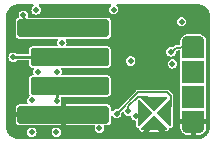
<source format=gbl>
G04 #@! TF.GenerationSoftware,KiCad,Pcbnew,(7.0.0-0)*
G04 #@! TF.CreationDate,2023-05-05T13:57:00+08:00*
G04 #@! TF.ProjectId,Revolute,5265766f-6c75-4746-952e-6b696361645f,rev?*
G04 #@! TF.SameCoordinates,Original*
G04 #@! TF.FileFunction,Copper,L4,Bot*
G04 #@! TF.FilePolarity,Positive*
%FSLAX46Y46*%
G04 Gerber Fmt 4.6, Leading zero omitted, Abs format (unit mm)*
G04 Created by KiCad (PCBNEW (7.0.0-0)) date 2023-05-05 13:57:00*
%MOMM*%
%LPD*%
G01*
G04 APERTURE LIST*
G04 Aperture macros list*
%AMRoundRect*
0 Rectangle with rounded corners*
0 $1 Rounding radius*
0 $2 $3 $4 $5 $6 $7 $8 $9 X,Y pos of 4 corners*
0 Add a 4 corners polygon primitive as box body*
4,1,4,$2,$3,$4,$5,$6,$7,$8,$9,$2,$3,0*
0 Add four circle primitives for the rounded corners*
1,1,$1+$1,$2,$3*
1,1,$1+$1,$4,$5*
1,1,$1+$1,$6,$7*
1,1,$1+$1,$8,$9*
0 Add four rect primitives between the rounded corners*
20,1,$1+$1,$2,$3,$4,$5,0*
20,1,$1+$1,$4,$5,$6,$7,0*
20,1,$1+$1,$6,$7,$8,$9,0*
20,1,$1+$1,$8,$9,$2,$3,0*%
%AMOutline4P*
0 Free polygon, 4 corners , with rotation*
0 The origin of the aperture is its center*
0 number of corners: always 4*
0 $1 to $8 corner X, Y*
0 $9 Rotation angle, in degrees counterclockwise*
0 create outline with 4 corners*
4,1,4,$1,$2,$3,$4,$5,$6,$7,$8,$1,$2,$9*%
%AMFreePoly0*
4,1,17,-0.950000,0.475000,-0.941719,0.563308,-0.894955,0.696953,-0.810876,0.810876,-0.696953,0.894955,-0.563308,0.941719,-0.475000,0.950000,0.475000,0.950000,0.563308,0.941719,0.696953,0.894955,0.810876,0.810876,0.894955,0.696953,0.941719,0.563308,0.950000,0.475000,0.950000,-0.950000,-0.950000,-0.950000,-0.950000,0.475000,-0.950000,0.475000,$1*%
%AMFreePoly1*
4,1,42,1.022267,0.592764,1.045399,0.589101,1.051104,0.583395,1.058779,0.580902,1.072544,0.561955,1.089101,0.545399,1.090363,0.537429,1.095106,0.530902,1.095106,0.507488,1.098770,0.484357,1.095106,0.477166,1.095106,0.469098,1.081341,0.450152,1.070711,0.429290,0.070711,-0.570711,0.056598,-0.577901,0.045399,-0.589101,0.029754,-0.591579,0.015643,-0.598769,0.000002,-0.596291,
-0.015643,-0.598770,-0.029756,-0.591578,-0.045399,-0.589101,-0.056598,-0.577901,-0.070710,-0.570711,-1.070711,0.429289,-1.081341,0.450152,-1.095106,0.469098,-1.095106,0.477168,-1.098769,0.484357,-1.095106,0.507485,-1.095106,0.530902,-1.090363,0.537429,-1.089101,0.545399,-1.072544,0.561955,-1.058779,0.580902,-1.051104,0.583395,-1.045399,0.589101,-1.022269,0.592764,-1.000000,0.600000,
1.000000,0.600000,1.022267,0.592764,1.022267,0.592764,$1*%
G04 Aperture macros list end*
G04 #@! TA.AperFunction,SMDPad,CuDef*
%ADD10RoundRect,0.150000X-3.725000X0.600000X-3.725000X-0.600000X3.725000X-0.600000X3.725000X0.600000X0*%
G04 #@! TD*
G04 #@! TA.AperFunction,SMDPad,CuDef*
%ADD11RoundRect,0.150000X-3.175000X0.600000X-3.175000X-0.600000X3.175000X-0.600000X3.175000X0.600000X0*%
G04 #@! TD*
G04 #@! TA.AperFunction,SMDPad,CuDef*
%ADD12FreePoly0,180.000000*%
G04 #@! TD*
G04 #@! TA.AperFunction,SMDPad,CuDef*
%ADD13Outline4P,-0.950000X0.950000X0.950000X0.950000X0.950000X-0.950000X-0.950000X-0.950000X0.000000*%
G04 #@! TD*
G04 #@! TA.AperFunction,SMDPad,CuDef*
%ADD14FreePoly0,0.000000*%
G04 #@! TD*
G04 #@! TA.AperFunction,SMDPad,CuDef*
%ADD15FreePoly1,90.000000*%
G04 #@! TD*
G04 #@! TA.AperFunction,SMDPad,CuDef*
%ADD16FreePoly1,0.000000*%
G04 #@! TD*
G04 #@! TA.AperFunction,SMDPad,CuDef*
%ADD17FreePoly1,270.000000*%
G04 #@! TD*
G04 #@! TA.AperFunction,SMDPad,CuDef*
%ADD18FreePoly1,180.000000*%
G04 #@! TD*
G04 #@! TA.AperFunction,ViaPad*
%ADD19C,0.500000*%
G04 #@! TD*
G04 #@! TA.AperFunction,Conductor*
%ADD20C,0.150000*%
G04 #@! TD*
G04 #@! TA.AperFunction,Conductor*
%ADD21C,0.250000*%
G04 #@! TD*
G04 APERTURE END LIST*
D10*
X170875000Y-84050000D03*
D11*
X171425000Y-86483000D03*
X171425000Y-88917000D03*
D10*
X170875000Y-91350000D03*
D12*
X181859999Y-91939999D03*
D13*
X181859999Y-89839999D03*
X181859999Y-87739999D03*
D14*
X181859999Y-85639999D03*
D15*
X177760000Y-91240000D03*
D16*
X178560000Y-90440000D03*
D17*
X179360000Y-91240000D03*
D18*
X178560000Y-92040000D03*
D19*
X171700000Y-87700000D03*
X179140000Y-86190000D03*
X173560000Y-82500000D03*
X172700000Y-87700000D03*
X166480000Y-92050000D03*
X176270000Y-83220000D03*
X178470000Y-85070000D03*
X181700000Y-82800000D03*
X166490000Y-85320000D03*
X166490000Y-91020000D03*
X179392780Y-84952132D03*
X173700000Y-87700000D03*
X166490000Y-84300000D03*
X166480000Y-90030000D03*
X166480000Y-89010000D03*
X169370000Y-82460000D03*
X172490000Y-82500000D03*
X180870000Y-83480000D03*
X168180000Y-90150000D03*
X173920000Y-92510000D03*
X175120000Y-82460000D03*
X168570000Y-82470000D03*
X179980000Y-86040000D03*
X176562780Y-86812132D03*
X170730000Y-85290000D03*
X167480000Y-82930000D03*
X180100000Y-87050000D03*
X168190000Y-92840000D03*
X166610000Y-86480000D03*
X170270000Y-92840000D03*
X170300000Y-90160000D03*
X176370000Y-91055500D03*
X175380000Y-91260000D03*
X176980000Y-91442632D03*
X168720000Y-87720000D03*
X181860000Y-89870000D03*
X181760000Y-87960000D03*
X170330000Y-87710000D03*
D20*
X181860000Y-85640000D02*
X180945685Y-85640000D01*
X180945685Y-85639994D02*
G75*
G03*
X179980000Y-86040000I15J-1365706D01*
G01*
D21*
X170875000Y-84050000D02*
X168600000Y-84050000D01*
X167480000Y-82930000D02*
G75*
G03*
X168600000Y-84050000I1120000J0D01*
G01*
X166610000Y-86480000D02*
X171422000Y-86480000D01*
X171425000Y-86483000D02*
G75*
G03*
X171422000Y-86480000I-3000J0D01*
G01*
X170300000Y-90160000D02*
X170300000Y-90042000D01*
X171425000Y-88917000D02*
G75*
G03*
X170300000Y-90042000I0J-1125000D01*
G01*
D20*
X177163554Y-89830000D02*
X177950000Y-89830000D01*
X177950000Y-89830000D02*
X178560000Y-90440000D01*
X176370000Y-90623554D02*
X177163554Y-89830000D01*
X176370000Y-91055500D02*
X176370000Y-90623554D01*
X179610000Y-89460000D02*
X179960000Y-89810000D01*
X179960000Y-89810000D02*
X179960000Y-90640000D01*
X179960000Y-90640000D02*
X179360000Y-91240000D01*
X177180000Y-89460000D02*
X179610000Y-89460000D01*
X175380000Y-91260000D02*
X177180000Y-89460000D01*
X176980000Y-91442632D02*
X177557368Y-91442632D01*
X177557368Y-91442632D02*
X177760000Y-91240000D01*
G04 #@! TA.AperFunction,Conductor*
G36*
X168329882Y-82024633D02*
G01*
X168356764Y-82061634D01*
X168356763Y-82107369D01*
X168331645Y-82141937D01*
X168331658Y-82141950D01*
X168331577Y-82142030D01*
X168331574Y-82142033D01*
X168327545Y-82146062D01*
X168327542Y-82146065D01*
X168246069Y-82227538D01*
X168246066Y-82227541D01*
X168241950Y-82231658D01*
X168239305Y-82236847D01*
X168239304Y-82236850D01*
X168189449Y-82334696D01*
X168184354Y-82344696D01*
X168183442Y-82350447D01*
X168183442Y-82350451D01*
X168172714Y-82418187D01*
X168164508Y-82470000D01*
X168165419Y-82475752D01*
X168181858Y-82579548D01*
X168184354Y-82595304D01*
X168187000Y-82600497D01*
X168236094Y-82696850D01*
X168241950Y-82708342D01*
X168331658Y-82798050D01*
X168444696Y-82855646D01*
X168570000Y-82875492D01*
X168695304Y-82855646D01*
X168808342Y-82798050D01*
X168898050Y-82708342D01*
X168955646Y-82595304D01*
X168975492Y-82470000D01*
X168955646Y-82344696D01*
X168898050Y-82231658D01*
X168808342Y-82141950D01*
X168808354Y-82141937D01*
X168783237Y-82107369D01*
X168783236Y-82061634D01*
X168810118Y-82024633D01*
X168853615Y-82010500D01*
X174824456Y-82010500D01*
X174865568Y-82022971D01*
X174892823Y-82056181D01*
X174897034Y-82098937D01*
X174876782Y-82136826D01*
X174796069Y-82217538D01*
X174796066Y-82217541D01*
X174791950Y-82221658D01*
X174789305Y-82226847D01*
X174789304Y-82226850D01*
X174737000Y-82329502D01*
X174734354Y-82334696D01*
X174733442Y-82340447D01*
X174733442Y-82340451D01*
X174721130Y-82418187D01*
X174714508Y-82460000D01*
X174734354Y-82585304D01*
X174791950Y-82698342D01*
X174881658Y-82788050D01*
X174994696Y-82845646D01*
X175120000Y-82865492D01*
X175245304Y-82845646D01*
X175358342Y-82788050D01*
X175448050Y-82698342D01*
X175505646Y-82585304D01*
X175525492Y-82460000D01*
X175505646Y-82334696D01*
X175448050Y-82221658D01*
X175363218Y-82136826D01*
X175342966Y-82098937D01*
X175347177Y-82056181D01*
X175374432Y-82022971D01*
X175415544Y-82010500D01*
X182296588Y-82010500D01*
X182296773Y-82010500D01*
X182303222Y-82010782D01*
X182342078Y-82014181D01*
X182465374Y-82024968D01*
X182478067Y-82027205D01*
X182632177Y-82068498D01*
X182644297Y-82072910D01*
X182788889Y-82140335D01*
X182800050Y-82146779D01*
X182930734Y-82238285D01*
X182940615Y-82246576D01*
X183053423Y-82359384D01*
X183061714Y-82369265D01*
X183153217Y-82499944D01*
X183159667Y-82511115D01*
X183227089Y-82655703D01*
X183231501Y-82667824D01*
X183272792Y-82821924D01*
X183275031Y-82834627D01*
X183289218Y-82996777D01*
X183289500Y-83003227D01*
X183289500Y-92396773D01*
X183289218Y-92403223D01*
X183275031Y-92565372D01*
X183272792Y-92578075D01*
X183231501Y-92732175D01*
X183227089Y-92744296D01*
X183159667Y-92888884D01*
X183153217Y-92900055D01*
X183061714Y-93030734D01*
X183053423Y-93040615D01*
X182940615Y-93153423D01*
X182930734Y-93161714D01*
X182800055Y-93253217D01*
X182788884Y-93259667D01*
X182644296Y-93327089D01*
X182632175Y-93331501D01*
X182478075Y-93372792D01*
X182465372Y-93375031D01*
X182303223Y-93389218D01*
X182296773Y-93389500D01*
X170301029Y-93389500D01*
X170270000Y-93379954D01*
X170238971Y-93389500D01*
X168221029Y-93389500D01*
X168190000Y-93379954D01*
X168158971Y-93389500D01*
X167003227Y-93389500D01*
X166996777Y-93389218D01*
X166834627Y-93375031D01*
X166821924Y-93372792D01*
X166667824Y-93331501D01*
X166655703Y-93327089D01*
X166511115Y-93259667D01*
X166499944Y-93253217D01*
X166498120Y-93251940D01*
X166382091Y-93170695D01*
X166369265Y-93161714D01*
X166359384Y-93153423D01*
X166246576Y-93040615D01*
X166238285Y-93030734D01*
X166237951Y-93030257D01*
X166146779Y-92900050D01*
X166140335Y-92888889D01*
X166117537Y-92840000D01*
X167784508Y-92840000D01*
X167785419Y-92845752D01*
X167796464Y-92915492D01*
X167804354Y-92965304D01*
X167861950Y-93078342D01*
X167951658Y-93168050D01*
X168064696Y-93225646D01*
X168166484Y-93241767D01*
X168170547Y-93242411D01*
X168189999Y-93251940D01*
X168209453Y-93242411D01*
X168212558Y-93241919D01*
X168315304Y-93225646D01*
X168428342Y-93168050D01*
X168518050Y-93078342D01*
X168575646Y-92965304D01*
X168595492Y-92840000D01*
X169864508Y-92840000D01*
X169865419Y-92845752D01*
X169876464Y-92915492D01*
X169884354Y-92965304D01*
X169941950Y-93078342D01*
X170031658Y-93168050D01*
X170144696Y-93225646D01*
X170246484Y-93241767D01*
X170250547Y-93242411D01*
X170269999Y-93251940D01*
X170289453Y-93242411D01*
X170292558Y-93241919D01*
X170395304Y-93225646D01*
X170508342Y-93168050D01*
X170598050Y-93078342D01*
X170655646Y-92965304D01*
X170675492Y-92840000D01*
X170655646Y-92714696D01*
X170598050Y-92601658D01*
X170508342Y-92511950D01*
X170395304Y-92454354D01*
X170389550Y-92453442D01*
X170389548Y-92453442D01*
X170275752Y-92435419D01*
X170270000Y-92434508D01*
X170264248Y-92435419D01*
X170150451Y-92453442D01*
X170150447Y-92453442D01*
X170144696Y-92454354D01*
X170139504Y-92456999D01*
X170139502Y-92457000D01*
X170036850Y-92509304D01*
X170036847Y-92509305D01*
X170031658Y-92511950D01*
X170027541Y-92516066D01*
X170027538Y-92516069D01*
X169946069Y-92597538D01*
X169946066Y-92597541D01*
X169941950Y-92601658D01*
X169939305Y-92606847D01*
X169939304Y-92606850D01*
X169891505Y-92700661D01*
X169884354Y-92714696D01*
X169883442Y-92720447D01*
X169883442Y-92720451D01*
X169871302Y-92797101D01*
X169864508Y-92840000D01*
X168595492Y-92840000D01*
X168575646Y-92714696D01*
X168518050Y-92601658D01*
X168428342Y-92511950D01*
X168315304Y-92454354D01*
X168309550Y-92453442D01*
X168309548Y-92453442D01*
X168195752Y-92435419D01*
X168190000Y-92434508D01*
X168184248Y-92435419D01*
X168070451Y-92453442D01*
X168070447Y-92453442D01*
X168064696Y-92454354D01*
X168059504Y-92456999D01*
X168059502Y-92457000D01*
X167956850Y-92509304D01*
X167956847Y-92509305D01*
X167951658Y-92511950D01*
X167947541Y-92516066D01*
X167947538Y-92516069D01*
X167866069Y-92597538D01*
X167866066Y-92597541D01*
X167861950Y-92601658D01*
X167859305Y-92606847D01*
X167859304Y-92606850D01*
X167811505Y-92700661D01*
X167804354Y-92714696D01*
X167803442Y-92720447D01*
X167803442Y-92720451D01*
X167791302Y-92797101D01*
X167784508Y-92840000D01*
X166117537Y-92840000D01*
X166080903Y-92761438D01*
X166072910Y-92744296D01*
X166068498Y-92732175D01*
X166065357Y-92720451D01*
X166027205Y-92578067D01*
X166024968Y-92565371D01*
X166020294Y-92511950D01*
X166013115Y-92429894D01*
X166010782Y-92403222D01*
X166010500Y-92396773D01*
X166010500Y-91992647D01*
X166850001Y-91992647D01*
X166850248Y-91996925D01*
X166852268Y-92014343D01*
X166855158Y-92024967D01*
X166895443Y-92116205D01*
X166903061Y-92127326D01*
X166972673Y-92196938D01*
X166983794Y-92204556D01*
X167075036Y-92244843D01*
X167085650Y-92247731D01*
X167103078Y-92249753D01*
X167107350Y-92250000D01*
X170665257Y-92250000D01*
X170672940Y-92247940D01*
X170675000Y-92240257D01*
X170675000Y-92240256D01*
X171075000Y-92240256D01*
X171077059Y-92247939D01*
X171084743Y-92249999D01*
X173482229Y-92249999D01*
X173528799Y-92266490D01*
X173554612Y-92308613D01*
X173548164Y-92357591D01*
X173534354Y-92384696D01*
X173533442Y-92390447D01*
X173533442Y-92390451D01*
X173516819Y-92495410D01*
X173514508Y-92510000D01*
X173515419Y-92515752D01*
X173530980Y-92614006D01*
X173534354Y-92635304D01*
X173591950Y-92748342D01*
X173681658Y-92838050D01*
X173794696Y-92895646D01*
X173920000Y-92915492D01*
X174045304Y-92895646D01*
X174158342Y-92838050D01*
X174205376Y-92791016D01*
X178094544Y-92791016D01*
X178100882Y-92792939D01*
X179019118Y-92792939D01*
X179025455Y-92791016D01*
X179022335Y-92785178D01*
X178566887Y-92329730D01*
X178559999Y-92325753D01*
X178553112Y-92329730D01*
X178097664Y-92785178D01*
X178094544Y-92791016D01*
X174205376Y-92791016D01*
X174248050Y-92748342D01*
X174305646Y-92635304D01*
X174325492Y-92510000D01*
X174305646Y-92384696D01*
X174291835Y-92357591D01*
X174285388Y-92308613D01*
X174311201Y-92266490D01*
X174357771Y-92249999D01*
X174642647Y-92249999D01*
X174646925Y-92249751D01*
X174664343Y-92247731D01*
X174674967Y-92244841D01*
X174766205Y-92204556D01*
X174777326Y-92196938D01*
X174846938Y-92127326D01*
X174854556Y-92116205D01*
X174894843Y-92024963D01*
X174897731Y-92014349D01*
X174899753Y-91996921D01*
X174899999Y-91992649D01*
X174899999Y-91508353D01*
X174915885Y-91462540D01*
X174956724Y-91436398D01*
X175004979Y-91441150D01*
X175039932Y-91474756D01*
X175051950Y-91498342D01*
X175141658Y-91588050D01*
X175254696Y-91645646D01*
X175380000Y-91665492D01*
X175505304Y-91645646D01*
X175618342Y-91588050D01*
X175708050Y-91498342D01*
X175765646Y-91385304D01*
X175785492Y-91260000D01*
X175779551Y-91222491D01*
X175782262Y-91188049D01*
X175800314Y-91158591D01*
X175824209Y-91134696D01*
X175853458Y-91105446D01*
X175888507Y-91085817D01*
X175928649Y-91087394D01*
X175962052Y-91109712D01*
X175978872Y-91146195D01*
X175983442Y-91175048D01*
X175984354Y-91180804D01*
X176041950Y-91293842D01*
X176131658Y-91383550D01*
X176244696Y-91441146D01*
X176370000Y-91460992D01*
X176495304Y-91441146D01*
X176495503Y-91442408D01*
X176529873Y-91441503D01*
X176565718Y-91463465D01*
X176583817Y-91501408D01*
X176594354Y-91567936D01*
X176651950Y-91680974D01*
X176741658Y-91770682D01*
X176854696Y-91828278D01*
X176944129Y-91842442D01*
X176976048Y-91855664D01*
X176998486Y-91881936D01*
X177006552Y-91915531D01*
X177006552Y-92187158D01*
X177005892Y-92195537D01*
X177004590Y-92199546D01*
X177004590Y-92247554D01*
X177008441Y-92271870D01*
X177008762Y-92271818D01*
X177009449Y-92274135D01*
X177011162Y-92284953D01*
X177011225Y-92287366D01*
X177010904Y-92287418D01*
X177011290Y-92289860D01*
X177011291Y-92289866D01*
X177014298Y-92308855D01*
X177014300Y-92308864D01*
X177014755Y-92311736D01*
X177015656Y-92314509D01*
X177020601Y-92329730D01*
X177029593Y-92357403D01*
X177033017Y-92362115D01*
X177038126Y-92369146D01*
X177044197Y-92379053D01*
X177048143Y-92386799D01*
X177048144Y-92386801D01*
X177050790Y-92391994D01*
X177084743Y-92425947D01*
X177089297Y-92429255D01*
X177090176Y-92429894D01*
X177099007Y-92437436D01*
X177101466Y-92439895D01*
X177103758Y-92442187D01*
X177142601Y-92470409D01*
X177156414Y-92474896D01*
X177167148Y-92479343D01*
X177180085Y-92485936D01*
X177227508Y-92493448D01*
X177233061Y-92493448D01*
X177270061Y-92503362D01*
X177297147Y-92530448D01*
X177307061Y-92567448D01*
X177307061Y-92569584D01*
X177307515Y-92575362D01*
X177313636Y-92614006D01*
X177317192Y-92624949D01*
X177321124Y-92632665D01*
X177325567Y-92643391D01*
X177328242Y-92651623D01*
X177333469Y-92661881D01*
X177356462Y-92693528D01*
X177360229Y-92697939D01*
X177362951Y-92700661D01*
X177370491Y-92709489D01*
X177372757Y-92712608D01*
X177376516Y-92717009D01*
X177404185Y-92744678D01*
X177413492Y-92751439D01*
X177421196Y-92755364D01*
X177431108Y-92761438D01*
X177438114Y-92766529D01*
X177448364Y-92771752D01*
X177485569Y-92783841D01*
X177491218Y-92785197D01*
X177510239Y-92788210D01*
X177515112Y-92788337D01*
X177518293Y-92788841D01*
X177526295Y-92788211D01*
X177533137Y-92784018D01*
X178507673Y-91809482D01*
X178540846Y-91790329D01*
X178579152Y-91790329D01*
X178612325Y-91809482D01*
X179586859Y-92784016D01*
X179593702Y-92788210D01*
X179601702Y-92788839D01*
X179604884Y-92788336D01*
X179609774Y-92788208D01*
X179628775Y-92785199D01*
X179634429Y-92783841D01*
X179671630Y-92771754D01*
X179681882Y-92766530D01*
X179688881Y-92761444D01*
X179698801Y-92755365D01*
X179706502Y-92751442D01*
X179715814Y-92744677D01*
X179743482Y-92717009D01*
X179747236Y-92712613D01*
X179749494Y-92709505D01*
X179757055Y-92700652D01*
X179759778Y-92697929D01*
X179763532Y-92693534D01*
X179786531Y-92661881D01*
X179791756Y-92651626D01*
X179794430Y-92643395D01*
X179798880Y-92632652D01*
X179802807Y-92624945D01*
X179806363Y-92614005D01*
X179812484Y-92575362D01*
X179812939Y-92569584D01*
X179812939Y-92567448D01*
X179822853Y-92530448D01*
X179849939Y-92503362D01*
X179886939Y-92493448D01*
X179889585Y-92493448D01*
X179892492Y-92493448D01*
X179939915Y-92485936D01*
X179952852Y-92479342D01*
X179959329Y-92476660D01*
X180760000Y-92476660D01*
X180760113Y-92479558D01*
X180762492Y-92509779D01*
X180763843Y-92517179D01*
X180805545Y-92660718D01*
X180809215Y-92669198D01*
X180884856Y-92797101D01*
X180890521Y-92804404D01*
X180995595Y-92909478D01*
X181002898Y-92915143D01*
X181130801Y-92990784D01*
X181139281Y-92994454D01*
X181282820Y-93036156D01*
X181290220Y-93037507D01*
X181320441Y-93039886D01*
X181323340Y-93040000D01*
X181650257Y-93040000D01*
X181657940Y-93037940D01*
X181660000Y-93030257D01*
X182060000Y-93030257D01*
X182062059Y-93037940D01*
X182069743Y-93040000D01*
X182396660Y-93040000D01*
X182399558Y-93039886D01*
X182429779Y-93037507D01*
X182437179Y-93036156D01*
X182580718Y-92994454D01*
X182589198Y-92990784D01*
X182717101Y-92915143D01*
X182724404Y-92909478D01*
X182829478Y-92804404D01*
X182835143Y-92797101D01*
X182910784Y-92669198D01*
X182914454Y-92660718D01*
X182956156Y-92517179D01*
X182957507Y-92509779D01*
X182959886Y-92479558D01*
X182960000Y-92476660D01*
X182960000Y-92149743D01*
X182957940Y-92142059D01*
X182950257Y-92140000D01*
X182069743Y-92140000D01*
X182062059Y-92142059D01*
X182060000Y-92149743D01*
X182060000Y-93030257D01*
X181660000Y-93030257D01*
X181660000Y-92149743D01*
X181657940Y-92142059D01*
X181650257Y-92140000D01*
X180769743Y-92140000D01*
X180762059Y-92142059D01*
X180760000Y-92149743D01*
X180760000Y-92476660D01*
X179959329Y-92476660D01*
X179963589Y-92474896D01*
X179963595Y-92474894D01*
X179977399Y-92470410D01*
X180016243Y-92442187D01*
X180020993Y-92437436D01*
X180029828Y-92429890D01*
X180035257Y-92425947D01*
X180069209Y-92391995D01*
X180075799Y-92379057D01*
X180081867Y-92369156D01*
X180090407Y-92357405D01*
X180105245Y-92311739D01*
X180109097Y-92287417D01*
X180108773Y-92287365D01*
X180108836Y-92284944D01*
X180110549Y-92274135D01*
X180111233Y-92271825D01*
X180111559Y-92271877D01*
X180115411Y-92247557D01*
X180115411Y-92199548D01*
X180114107Y-92195537D01*
X180113448Y-92187154D01*
X180113448Y-90838223D01*
X180119846Y-90808125D01*
X180137932Y-90783231D01*
X180140726Y-90780714D01*
X180140726Y-90780713D01*
X180146509Y-90775507D01*
X180156420Y-90753242D01*
X180161955Y-90743050D01*
X180175226Y-90722618D01*
X180176555Y-90714222D01*
X180182043Y-90695694D01*
X180185500Y-90687932D01*
X180185500Y-90663573D01*
X180186411Y-90651997D01*
X180189005Y-90635617D01*
X180190222Y-90627935D01*
X180188177Y-90620305D01*
X180188022Y-90619722D01*
X180185500Y-90600569D01*
X180185500Y-89817861D01*
X180185601Y-89813988D01*
X180186113Y-89804219D01*
X180187700Y-89773936D01*
X180178969Y-89751191D01*
X180175670Y-89740053D01*
X180172224Y-89723840D01*
X180170607Y-89716232D01*
X180165609Y-89709353D01*
X180156392Y-89692378D01*
X180153346Y-89684441D01*
X180136118Y-89667213D01*
X180128583Y-89658391D01*
X180114260Y-89638677D01*
X180106894Y-89634424D01*
X180091571Y-89622666D01*
X179775007Y-89306102D01*
X179772340Y-89303292D01*
X179750710Y-89279269D01*
X179750708Y-89279268D01*
X179745507Y-89273491D01*
X179738405Y-89270328D01*
X179738401Y-89270326D01*
X179723251Y-89263581D01*
X179713050Y-89258042D01*
X179699144Y-89249012D01*
X179699143Y-89249011D01*
X179692618Y-89244774D01*
X179684934Y-89243556D01*
X179684930Y-89243555D01*
X179684208Y-89243441D01*
X179665704Y-89237960D01*
X179665037Y-89237663D01*
X179665036Y-89237662D01*
X179657932Y-89234500D01*
X179650155Y-89234500D01*
X179633573Y-89234500D01*
X179621997Y-89233589D01*
X179605617Y-89230994D01*
X179605613Y-89230994D01*
X179597935Y-89229778D01*
X179590423Y-89231790D01*
X179590419Y-89231791D01*
X179589722Y-89231978D01*
X179570569Y-89234500D01*
X177187842Y-89234500D01*
X177183969Y-89234399D01*
X177151700Y-89232707D01*
X177151695Y-89232707D01*
X177143936Y-89232301D01*
X177136682Y-89235085D01*
X177136671Y-89235087D01*
X177121192Y-89241029D01*
X177110066Y-89244325D01*
X177093842Y-89247774D01*
X177093836Y-89247776D01*
X177086232Y-89249393D01*
X177079942Y-89253962D01*
X177079939Y-89253964D01*
X177079350Y-89254393D01*
X177062377Y-89263608D01*
X177061701Y-89263867D01*
X177061698Y-89263868D01*
X177054440Y-89266655D01*
X177048941Y-89272153D01*
X177048939Y-89272155D01*
X177037209Y-89283884D01*
X177028386Y-89291419D01*
X177008677Y-89305740D01*
X177004791Y-89312468D01*
X177004787Y-89312474D01*
X177004421Y-89313110D01*
X176992666Y-89328427D01*
X175481408Y-90839685D01*
X175451950Y-90857737D01*
X175417507Y-90860448D01*
X175380000Y-90854508D01*
X175374248Y-90855419D01*
X175260451Y-90873442D01*
X175260447Y-90873442D01*
X175254696Y-90874354D01*
X175249504Y-90876999D01*
X175249502Y-90877000D01*
X175146850Y-90929304D01*
X175146847Y-90929305D01*
X175141658Y-90931950D01*
X175137541Y-90936066D01*
X175137538Y-90936069D01*
X175056069Y-91017538D01*
X175056066Y-91017541D01*
X175051950Y-91021658D01*
X175049306Y-91026845D01*
X175049305Y-91026848D01*
X175039933Y-91045243D01*
X175004979Y-91078850D01*
X174956724Y-91083602D01*
X174915885Y-91057460D01*
X174899999Y-91011647D01*
X174899999Y-90707353D01*
X174899751Y-90703074D01*
X174897731Y-90685656D01*
X174894841Y-90675032D01*
X174854556Y-90583794D01*
X174846938Y-90572673D01*
X174777326Y-90503061D01*
X174766205Y-90495443D01*
X174674963Y-90455156D01*
X174664349Y-90452268D01*
X174646921Y-90450246D01*
X174642650Y-90450000D01*
X171084743Y-90450000D01*
X171077059Y-90452059D01*
X171075000Y-90459743D01*
X171075000Y-92240256D01*
X170675000Y-92240256D01*
X170675000Y-91559743D01*
X170672940Y-91552059D01*
X170665257Y-91550000D01*
X166859744Y-91550000D01*
X166852060Y-91552059D01*
X166850001Y-91559743D01*
X166850001Y-91992647D01*
X166010500Y-91992647D01*
X166010500Y-86480000D01*
X166204508Y-86480000D01*
X166205419Y-86485752D01*
X166219362Y-86573790D01*
X166224354Y-86605304D01*
X166281950Y-86718342D01*
X166371658Y-86808050D01*
X166484696Y-86865646D01*
X166610000Y-86885492D01*
X166735304Y-86865646D01*
X166848342Y-86808050D01*
X166879217Y-86777174D01*
X166903225Y-86761133D01*
X166931544Y-86755500D01*
X167875501Y-86755500D01*
X167912501Y-86765414D01*
X167939587Y-86792500D01*
X167949501Y-86829500D01*
X167949501Y-87127864D01*
X167949747Y-87129990D01*
X167949748Y-87129997D01*
X167951773Y-87147460D01*
X167951773Y-87147463D01*
X167952415Y-87152991D01*
X167954662Y-87158079D01*
X167954663Y-87158083D01*
X167980551Y-87216713D01*
X167997794Y-87255765D01*
X168077235Y-87335206D01*
X168180009Y-87380585D01*
X168205135Y-87383500D01*
X168321207Y-87383499D01*
X168367776Y-87399990D01*
X168393590Y-87442113D01*
X168387142Y-87491094D01*
X168356367Y-87551491D01*
X168334354Y-87594696D01*
X168333442Y-87600447D01*
X168333442Y-87600451D01*
X168317003Y-87704248D01*
X168314508Y-87720000D01*
X168315419Y-87725752D01*
X168331858Y-87829548D01*
X168334354Y-87845304D01*
X168366761Y-87908906D01*
X168373209Y-87957885D01*
X168347396Y-88000009D01*
X168300827Y-88016500D01*
X168207281Y-88016500D01*
X168207263Y-88016500D01*
X168205136Y-88016501D01*
X168203010Y-88016747D01*
X168203002Y-88016748D01*
X168185539Y-88018773D01*
X168185534Y-88018774D01*
X168180009Y-88019415D01*
X168174920Y-88021661D01*
X168174916Y-88021663D01*
X168083507Y-88062024D01*
X168083504Y-88062025D01*
X168077235Y-88064794D01*
X168072389Y-88069639D01*
X168072386Y-88069642D01*
X168002642Y-88139386D01*
X168002639Y-88139389D01*
X167997794Y-88144235D01*
X167995025Y-88150504D01*
X167995024Y-88150507D01*
X167954661Y-88241920D01*
X167954659Y-88241925D01*
X167952415Y-88247009D01*
X167951774Y-88252527D01*
X167951773Y-88252534D01*
X167949746Y-88270006D01*
X167949745Y-88270023D01*
X167949500Y-88272135D01*
X167949500Y-88274277D01*
X167949500Y-88274278D01*
X167949500Y-89559718D01*
X167949500Y-89559735D01*
X167949501Y-89561864D01*
X167949747Y-89563990D01*
X167949748Y-89563997D01*
X167951773Y-89581460D01*
X167951773Y-89581463D01*
X167952415Y-89586991D01*
X167954662Y-89592079D01*
X167954663Y-89592083D01*
X167986019Y-89663097D01*
X167997794Y-89689765D01*
X168002642Y-89694613D01*
X168003911Y-89696465D01*
X168016819Y-89735778D01*
X168006603Y-89775875D01*
X167976457Y-89804219D01*
X167946848Y-89819305D01*
X167946845Y-89819306D01*
X167941658Y-89821950D01*
X167937541Y-89826066D01*
X167937538Y-89826069D01*
X167856069Y-89907538D01*
X167856066Y-89907541D01*
X167851950Y-89911658D01*
X167849305Y-89916847D01*
X167849304Y-89916850D01*
X167797000Y-90019502D01*
X167794354Y-90024696D01*
X167793442Y-90030447D01*
X167793442Y-90030451D01*
X167775419Y-90144248D01*
X167774508Y-90150000D01*
X167794354Y-90275304D01*
X167802094Y-90290494D01*
X167828544Y-90342405D01*
X167834992Y-90391386D01*
X167809179Y-90433509D01*
X167762609Y-90450000D01*
X167107353Y-90450000D01*
X167103074Y-90450248D01*
X167085656Y-90452268D01*
X167075032Y-90455158D01*
X166983794Y-90495443D01*
X166972673Y-90503061D01*
X166903061Y-90572673D01*
X166895443Y-90583794D01*
X166855156Y-90675036D01*
X166852268Y-90685650D01*
X166850246Y-90703078D01*
X166850000Y-90707350D01*
X166850000Y-91140257D01*
X166852059Y-91147940D01*
X166859743Y-91150000D01*
X170665257Y-91150000D01*
X170672940Y-91147940D01*
X170675000Y-91140257D01*
X170675000Y-90459744D01*
X170672738Y-90451305D01*
X170663273Y-90441840D01*
X170642510Y-90401090D01*
X170649664Y-90355921D01*
X170685646Y-90285304D01*
X170705492Y-90160000D01*
X170685646Y-90034696D01*
X170629801Y-89925094D01*
X170623352Y-89876114D01*
X170649165Y-89833990D01*
X170695735Y-89817499D01*
X174642719Y-89817499D01*
X174644864Y-89817499D01*
X174669991Y-89814585D01*
X174772765Y-89769206D01*
X174852206Y-89689765D01*
X174897585Y-89586991D01*
X174900500Y-89561865D01*
X174900499Y-88272136D01*
X174897585Y-88247009D01*
X174852206Y-88144235D01*
X174772765Y-88064794D01*
X174766492Y-88062024D01*
X174675079Y-88021661D01*
X174675075Y-88021660D01*
X174669991Y-88019415D01*
X174664470Y-88018774D01*
X174664465Y-88018773D01*
X174646993Y-88016746D01*
X174646977Y-88016745D01*
X174644865Y-88016500D01*
X174642722Y-88016500D01*
X170744078Y-88016500D01*
X170697508Y-88000009D01*
X170671695Y-87957885D01*
X170678144Y-87908905D01*
X170715646Y-87835304D01*
X170735492Y-87710000D01*
X170715646Y-87584696D01*
X170667952Y-87491093D01*
X170661504Y-87442114D01*
X170687317Y-87399990D01*
X170733887Y-87383499D01*
X174642719Y-87383499D01*
X174644864Y-87383499D01*
X174669991Y-87380585D01*
X174772765Y-87335206D01*
X174852206Y-87255765D01*
X174897585Y-87152991D01*
X174900500Y-87127865D01*
X174900500Y-86812132D01*
X176157288Y-86812132D01*
X176158199Y-86817884D01*
X176176027Y-86930451D01*
X176177134Y-86937436D01*
X176234730Y-87050474D01*
X176324438Y-87140182D01*
X176437476Y-87197778D01*
X176562780Y-87217624D01*
X176688084Y-87197778D01*
X176801122Y-87140182D01*
X176890830Y-87050474D01*
X176891072Y-87050000D01*
X179694508Y-87050000D01*
X179695419Y-87055752D01*
X179709944Y-87147465D01*
X179714354Y-87175304D01*
X179771950Y-87288342D01*
X179861658Y-87378050D01*
X179974696Y-87435646D01*
X180100000Y-87455492D01*
X180225304Y-87435646D01*
X180338342Y-87378050D01*
X180428050Y-87288342D01*
X180485646Y-87175304D01*
X180505492Y-87050000D01*
X180485646Y-86924696D01*
X180428050Y-86811658D01*
X180338342Y-86721950D01*
X180225304Y-86664354D01*
X180219550Y-86663442D01*
X180219548Y-86663442D01*
X180105752Y-86645419D01*
X180100000Y-86644508D01*
X180094248Y-86645419D01*
X179980451Y-86663442D01*
X179980447Y-86663442D01*
X179974696Y-86664354D01*
X179969504Y-86666999D01*
X179969502Y-86667000D01*
X179866850Y-86719304D01*
X179866847Y-86719305D01*
X179861658Y-86721950D01*
X179857541Y-86726066D01*
X179857538Y-86726069D01*
X179776069Y-86807538D01*
X179776066Y-86807541D01*
X179771950Y-86811658D01*
X179769305Y-86816847D01*
X179769304Y-86816850D01*
X179717000Y-86919502D01*
X179714354Y-86924696D01*
X179713442Y-86930447D01*
X179713442Y-86930451D01*
X179695419Y-87044248D01*
X179694508Y-87050000D01*
X176891072Y-87050000D01*
X176948426Y-86937436D01*
X176968272Y-86812132D01*
X176948426Y-86686828D01*
X176890830Y-86573790D01*
X176801122Y-86484082D01*
X176688084Y-86426486D01*
X176682330Y-86425574D01*
X176682328Y-86425574D01*
X176568532Y-86407551D01*
X176562780Y-86406640D01*
X176557028Y-86407551D01*
X176443231Y-86425574D01*
X176443227Y-86425574D01*
X176437476Y-86426486D01*
X176432284Y-86429131D01*
X176432282Y-86429132D01*
X176329630Y-86481436D01*
X176329627Y-86481437D01*
X176324438Y-86484082D01*
X176320321Y-86488198D01*
X176320318Y-86488201D01*
X176238849Y-86569670D01*
X176238846Y-86569673D01*
X176234730Y-86573790D01*
X176232085Y-86578979D01*
X176232084Y-86578982D01*
X176179780Y-86681634D01*
X176177134Y-86686828D01*
X176176222Y-86692579D01*
X176176222Y-86692583D01*
X176162825Y-86777174D01*
X176157288Y-86812132D01*
X174900500Y-86812132D01*
X174900499Y-86040000D01*
X179574508Y-86040000D01*
X179575419Y-86045752D01*
X179588841Y-86130500D01*
X179594354Y-86165304D01*
X179651950Y-86278342D01*
X179741658Y-86368050D01*
X179854696Y-86425646D01*
X179980000Y-86445492D01*
X180105304Y-86425646D01*
X180218342Y-86368050D01*
X180308050Y-86278342D01*
X180365646Y-86165304D01*
X180384391Y-86046950D01*
X180395949Y-86017419D01*
X180418804Y-85995437D01*
X180423093Y-85992810D01*
X180433422Y-85987546D01*
X180587975Y-85923528D01*
X180599008Y-85919943D01*
X180668225Y-85903325D01*
X180712019Y-85906195D01*
X180746485Y-85933366D01*
X180759500Y-85975280D01*
X180759500Y-86604820D01*
X180768233Y-86648722D01*
X180772280Y-86654780D01*
X180775071Y-86661516D01*
X180772497Y-86662581D01*
X180780815Y-86689949D01*
X180772506Y-86717424D01*
X180775070Y-86718486D01*
X180772280Y-86725220D01*
X180768233Y-86731278D01*
X180766811Y-86738421D01*
X180766811Y-86738424D01*
X180760210Y-86771610D01*
X180759500Y-86775180D01*
X180759500Y-88704820D01*
X180760210Y-88708389D01*
X180766810Y-88741572D01*
X180766811Y-88741575D01*
X180768233Y-88748722D01*
X180772282Y-88754783D01*
X180775071Y-88761514D01*
X180772529Y-88762566D01*
X180780815Y-88790000D01*
X180772529Y-88817433D01*
X180775071Y-88818486D01*
X180772282Y-88825217D01*
X180768233Y-88831278D01*
X180766811Y-88838422D01*
X180766810Y-88838427D01*
X180760210Y-88871610D01*
X180759500Y-88875180D01*
X180759500Y-90804820D01*
X180760210Y-90808389D01*
X180766144Y-90838223D01*
X180768233Y-90848722D01*
X180772280Y-90854780D01*
X180775071Y-90861516D01*
X180773276Y-90862259D01*
X180780773Y-90883226D01*
X180775496Y-90918784D01*
X180767281Y-90938617D01*
X180760710Y-90971655D01*
X180760000Y-90978865D01*
X180760000Y-91730257D01*
X180762059Y-91737940D01*
X180769743Y-91740000D01*
X182950257Y-91740000D01*
X182957940Y-91737940D01*
X182959999Y-91730256D01*
X182959999Y-90978867D01*
X182959288Y-90971652D01*
X182952719Y-90938624D01*
X182944503Y-90918789D01*
X182939229Y-90883189D01*
X182946730Y-90862261D01*
X182944928Y-90861515D01*
X182947714Y-90854786D01*
X182951767Y-90848722D01*
X182960500Y-90804820D01*
X182960500Y-88875180D01*
X182951767Y-88831278D01*
X182947718Y-88825219D01*
X182944929Y-88818484D01*
X182947488Y-88817423D01*
X182939185Y-88789793D01*
X182947525Y-88762591D01*
X182944929Y-88761516D01*
X182947718Y-88754781D01*
X182951767Y-88748722D01*
X182960500Y-88704820D01*
X182960500Y-86775180D01*
X182951767Y-86731278D01*
X182947716Y-86725216D01*
X182944929Y-86718486D01*
X182947529Y-86717408D01*
X182939184Y-86689947D01*
X182947538Y-86662596D01*
X182944928Y-86661515D01*
X182947715Y-86654786D01*
X182951767Y-86648722D01*
X182960500Y-86604820D01*
X182960499Y-85101838D01*
X182957709Y-85066373D01*
X182928836Y-84966990D01*
X182914917Y-84919081D01*
X182914916Y-84919080D01*
X182913618Y-84914610D01*
X182833170Y-84778580D01*
X182721420Y-84666830D01*
X182717412Y-84664460D01*
X182717410Y-84664458D01*
X182589397Y-84588752D01*
X182589398Y-84588752D01*
X182585390Y-84586382D01*
X182580923Y-84585084D01*
X182580918Y-84585082D01*
X182437257Y-84543345D01*
X182437251Y-84543343D01*
X182433627Y-84542291D01*
X182429861Y-84541994D01*
X182429858Y-84541994D01*
X182399609Y-84539613D01*
X182399588Y-84539612D01*
X182398163Y-84539500D01*
X182396710Y-84539500D01*
X181323292Y-84539500D01*
X181323266Y-84539500D01*
X181321838Y-84539501D01*
X181320390Y-84539614D01*
X181320387Y-84539615D01*
X181290139Y-84541994D01*
X181290131Y-84541995D01*
X181286373Y-84542291D01*
X181282754Y-84543342D01*
X181282745Y-84543344D01*
X181139081Y-84585082D01*
X181139073Y-84585085D01*
X181134610Y-84586382D01*
X181130604Y-84588751D01*
X181130602Y-84588752D01*
X181002589Y-84664458D01*
X181002583Y-84664462D01*
X180998580Y-84666830D01*
X180995290Y-84670119D01*
X180995286Y-84670123D01*
X180890123Y-84775286D01*
X180890119Y-84775290D01*
X180886830Y-84778580D01*
X180884462Y-84782583D01*
X180884458Y-84782589D01*
X180812080Y-84904975D01*
X180806382Y-84914610D01*
X180805085Y-84919073D01*
X180805082Y-84919081D01*
X180763345Y-85062742D01*
X180763343Y-85062750D01*
X180762291Y-85066373D01*
X180761994Y-85070136D01*
X180761994Y-85070141D01*
X180759613Y-85100390D01*
X180759612Y-85100412D01*
X180759500Y-85101837D01*
X180759500Y-85103290D01*
X180759500Y-85360381D01*
X180751139Y-85394550D01*
X180727945Y-85420998D01*
X180695160Y-85433748D01*
X180636991Y-85441406D01*
X180636974Y-85441409D01*
X180634592Y-85441723D01*
X180632261Y-85442347D01*
X180632249Y-85442350D01*
X180435465Y-85495080D01*
X180435453Y-85495083D01*
X180433117Y-85495710D01*
X180430875Y-85496638D01*
X180430874Y-85496639D01*
X180242650Y-85574604D01*
X180242642Y-85574607D01*
X180240411Y-85575532D01*
X180238321Y-85576738D01*
X180238304Y-85576747D01*
X180126884Y-85641075D01*
X180078309Y-85650078D01*
X179985752Y-85635419D01*
X179980000Y-85634508D01*
X179974248Y-85635419D01*
X179860451Y-85653442D01*
X179860447Y-85653442D01*
X179854696Y-85654354D01*
X179849504Y-85656999D01*
X179849502Y-85657000D01*
X179746850Y-85709304D01*
X179746847Y-85709305D01*
X179741658Y-85711950D01*
X179737541Y-85716066D01*
X179737538Y-85716069D01*
X179656069Y-85797538D01*
X179656066Y-85797541D01*
X179651950Y-85801658D01*
X179649305Y-85806847D01*
X179649304Y-85806850D01*
X179598685Y-85906195D01*
X179594354Y-85914696D01*
X179593442Y-85920447D01*
X179593442Y-85920451D01*
X179582816Y-85987542D01*
X179574508Y-86040000D01*
X174900499Y-86040000D01*
X174900499Y-85838136D01*
X174897585Y-85813009D01*
X174852206Y-85710235D01*
X174772765Y-85630794D01*
X174766492Y-85628024D01*
X174675079Y-85587661D01*
X174675075Y-85587660D01*
X174669991Y-85585415D01*
X174664470Y-85584774D01*
X174664465Y-85584773D01*
X174646993Y-85582746D01*
X174646977Y-85582745D01*
X174644865Y-85582500D01*
X174642722Y-85582500D01*
X171151212Y-85582500D01*
X171104642Y-85566009D01*
X171078829Y-85523886D01*
X171085276Y-85474906D01*
X171115646Y-85415304D01*
X171135492Y-85290000D01*
X171115646Y-85164696D01*
X171061328Y-85058092D01*
X171054880Y-85009114D01*
X171080693Y-84966990D01*
X171127263Y-84950499D01*
X174642719Y-84950499D01*
X174644864Y-84950499D01*
X174669991Y-84947585D01*
X174772765Y-84902206D01*
X174852206Y-84822765D01*
X174897585Y-84719991D01*
X174900500Y-84694865D01*
X174900499Y-83480000D01*
X180464508Y-83480000D01*
X180484354Y-83605304D01*
X180541950Y-83718342D01*
X180631658Y-83808050D01*
X180744696Y-83865646D01*
X180870000Y-83885492D01*
X180995304Y-83865646D01*
X181108342Y-83808050D01*
X181198050Y-83718342D01*
X181255646Y-83605304D01*
X181275492Y-83480000D01*
X181255646Y-83354696D01*
X181198050Y-83241658D01*
X181108342Y-83151950D01*
X180995304Y-83094354D01*
X180989550Y-83093442D01*
X180989548Y-83093442D01*
X180875752Y-83075419D01*
X180870000Y-83074508D01*
X180864248Y-83075419D01*
X180750451Y-83093442D01*
X180750447Y-83093442D01*
X180744696Y-83094354D01*
X180739504Y-83096999D01*
X180739502Y-83097000D01*
X180636850Y-83149304D01*
X180636847Y-83149305D01*
X180631658Y-83151950D01*
X180627541Y-83156066D01*
X180627538Y-83156069D01*
X180546069Y-83237538D01*
X180546066Y-83237541D01*
X180541950Y-83241658D01*
X180539305Y-83246847D01*
X180539304Y-83246850D01*
X180487000Y-83349502D01*
X180484354Y-83354696D01*
X180483442Y-83360447D01*
X180483442Y-83360451D01*
X180476365Y-83405135D01*
X180464508Y-83480000D01*
X174900499Y-83480000D01*
X174900499Y-83405136D01*
X174897585Y-83380009D01*
X174852206Y-83277235D01*
X174772765Y-83197794D01*
X174766492Y-83195024D01*
X174675079Y-83154661D01*
X174675075Y-83154660D01*
X174669991Y-83152415D01*
X174664470Y-83151774D01*
X174664465Y-83151773D01*
X174646993Y-83149746D01*
X174646977Y-83149745D01*
X174644865Y-83149500D01*
X174642722Y-83149500D01*
X167935934Y-83149500D01*
X167892437Y-83135367D01*
X167865556Y-83098366D01*
X167865556Y-83055481D01*
X167865646Y-83055304D01*
X167885492Y-82930000D01*
X167865646Y-82804696D01*
X167808050Y-82691658D01*
X167718342Y-82601950D01*
X167605304Y-82544354D01*
X167599550Y-82543442D01*
X167599548Y-82543442D01*
X167485752Y-82525419D01*
X167480000Y-82524508D01*
X167474248Y-82525419D01*
X167360451Y-82543442D01*
X167360447Y-82543442D01*
X167354696Y-82544354D01*
X167349504Y-82546999D01*
X167349502Y-82547000D01*
X167246850Y-82599304D01*
X167246847Y-82599305D01*
X167241658Y-82601950D01*
X167237541Y-82606066D01*
X167237538Y-82606069D01*
X167156069Y-82687538D01*
X167156066Y-82687541D01*
X167151950Y-82691658D01*
X167149305Y-82696847D01*
X167149304Y-82696850D01*
X167097740Y-82798050D01*
X167094354Y-82804696D01*
X167093442Y-82810447D01*
X167093442Y-82810451D01*
X167086284Y-82855646D01*
X167074508Y-82930000D01*
X167075419Y-82935752D01*
X167093442Y-83049550D01*
X167093443Y-83049553D01*
X167094354Y-83055304D01*
X167096997Y-83060492D01*
X167098798Y-83066033D01*
X167097939Y-83066311D01*
X167104480Y-83098547D01*
X167091196Y-83135878D01*
X167060556Y-83161004D01*
X166983507Y-83195024D01*
X166983504Y-83195025D01*
X166977235Y-83197794D01*
X166972389Y-83202639D01*
X166972386Y-83202642D01*
X166902642Y-83272386D01*
X166902639Y-83272389D01*
X166897794Y-83277235D01*
X166895025Y-83283504D01*
X166895024Y-83283507D01*
X166854661Y-83374920D01*
X166854659Y-83374925D01*
X166852415Y-83380009D01*
X166851774Y-83385527D01*
X166851773Y-83385534D01*
X166849746Y-83403006D01*
X166849745Y-83403023D01*
X166849500Y-83405135D01*
X166849500Y-83407277D01*
X166849500Y-83407278D01*
X166849500Y-84692718D01*
X166849500Y-84692735D01*
X166849501Y-84694864D01*
X166849747Y-84696990D01*
X166849748Y-84696997D01*
X166851773Y-84714460D01*
X166851773Y-84714463D01*
X166852415Y-84719991D01*
X166854662Y-84725079D01*
X166854663Y-84725083D01*
X166895024Y-84816492D01*
X166897794Y-84822765D01*
X166977235Y-84902206D01*
X167080009Y-84947585D01*
X167105135Y-84950500D01*
X170332736Y-84950499D01*
X170379306Y-84966990D01*
X170405119Y-85009113D01*
X170398671Y-85058093D01*
X170344354Y-85164696D01*
X170343442Y-85170447D01*
X170343442Y-85170451D01*
X170325419Y-85284248D01*
X170324508Y-85290000D01*
X170344354Y-85415304D01*
X170374723Y-85474906D01*
X170381171Y-85523886D01*
X170355358Y-85566009D01*
X170308788Y-85582500D01*
X168207281Y-85582500D01*
X168207263Y-85582500D01*
X168205136Y-85582501D01*
X168203010Y-85582747D01*
X168203002Y-85582748D01*
X168185539Y-85584773D01*
X168185534Y-85584774D01*
X168180009Y-85585415D01*
X168174920Y-85587661D01*
X168174916Y-85587663D01*
X168083507Y-85628024D01*
X168083504Y-85628025D01*
X168077235Y-85630794D01*
X168072389Y-85635639D01*
X168072386Y-85635642D01*
X168002642Y-85705386D01*
X168002639Y-85705389D01*
X167997794Y-85710235D01*
X167995025Y-85716504D01*
X167995024Y-85716507D01*
X167954661Y-85807920D01*
X167954659Y-85807925D01*
X167952415Y-85813009D01*
X167951774Y-85818527D01*
X167951773Y-85818534D01*
X167949746Y-85836006D01*
X167949745Y-85836023D01*
X167949500Y-85838135D01*
X167949500Y-85840278D01*
X167949500Y-86130500D01*
X167939586Y-86167500D01*
X167912500Y-86194586D01*
X167875500Y-86204500D01*
X166931544Y-86204500D01*
X166903225Y-86198867D01*
X166879218Y-86182826D01*
X166852461Y-86156069D01*
X166852461Y-86156068D01*
X166848342Y-86151950D01*
X166735304Y-86094354D01*
X166729550Y-86093442D01*
X166729548Y-86093442D01*
X166615752Y-86075419D01*
X166610000Y-86074508D01*
X166604248Y-86075419D01*
X166490451Y-86093442D01*
X166490447Y-86093442D01*
X166484696Y-86094354D01*
X166479504Y-86096999D01*
X166479502Y-86097000D01*
X166376850Y-86149304D01*
X166376847Y-86149305D01*
X166371658Y-86151950D01*
X166367541Y-86156066D01*
X166367538Y-86156069D01*
X166286069Y-86237538D01*
X166286066Y-86237541D01*
X166281950Y-86241658D01*
X166279305Y-86246847D01*
X166279304Y-86246850D01*
X166227000Y-86349502D01*
X166224354Y-86354696D01*
X166223442Y-86360447D01*
X166223442Y-86360451D01*
X166210118Y-86444581D01*
X166204508Y-86480000D01*
X166010500Y-86480000D01*
X166010500Y-83003227D01*
X166010782Y-82996778D01*
X166016624Y-82930000D01*
X166024968Y-82834623D01*
X166027205Y-82821934D01*
X166068500Y-82667818D01*
X166072910Y-82655703D01*
X166096055Y-82606069D01*
X166140337Y-82511105D01*
X166146775Y-82499954D01*
X166238289Y-82369259D01*
X166246570Y-82359390D01*
X166359390Y-82246570D01*
X166369259Y-82238289D01*
X166499954Y-82146775D01*
X166511105Y-82140337D01*
X166655705Y-82072908D01*
X166667818Y-82068500D01*
X166821934Y-82027205D01*
X166834623Y-82024968D01*
X166964305Y-82013622D01*
X166996778Y-82010782D01*
X167003227Y-82010500D01*
X167003412Y-82010500D01*
X168286385Y-82010500D01*
X168329882Y-82024633D01*
G37*
G04 #@! TD.AperFunction*
M02*

</source>
